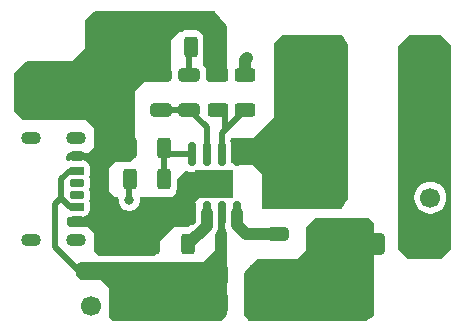
<source format=gbr>
%TF.GenerationSoftware,KiCad,Pcbnew,9.0.4*%
%TF.CreationDate,2025-10-19T21:38:03+02:00*%
%TF.ProjectId,3v-switching-voltage-regulator,33762d73-7769-4746-9368-696e672d766f,rev?*%
%TF.SameCoordinates,Original*%
%TF.FileFunction,Copper,L1,Top*%
%TF.FilePolarity,Positive*%
%FSLAX46Y46*%
G04 Gerber Fmt 4.6, Leading zero omitted, Abs format (unit mm)*
G04 Created by KiCad (PCBNEW 9.0.4) date 2025-10-19 21:38:03*
%MOMM*%
%LPD*%
G01*
G04 APERTURE LIST*
G04 Aperture macros list*
%AMRoundRect*
0 Rectangle with rounded corners*
0 $1 Rounding radius*
0 $2 $3 $4 $5 $6 $7 $8 $9 X,Y pos of 4 corners*
0 Add a 4 corners polygon primitive as box body*
4,1,4,$2,$3,$4,$5,$6,$7,$8,$9,$2,$3,0*
0 Add four circle primitives for the rounded corners*
1,1,$1+$1,$2,$3*
1,1,$1+$1,$4,$5*
1,1,$1+$1,$6,$7*
1,1,$1+$1,$8,$9*
0 Add four rect primitives between the rounded corners*
20,1,$1+$1,$2,$3,$4,$5,0*
20,1,$1+$1,$4,$5,$6,$7,0*
20,1,$1+$1,$6,$7,$8,$9,0*
20,1,$1+$1,$8,$9,$2,$3,0*%
G04 Aperture macros list end*
%TA.AperFunction,SMDPad,CuDef*%
%ADD10RoundRect,0.250000X0.650000X-0.325000X0.650000X0.325000X-0.650000X0.325000X-0.650000X-0.325000X0*%
%TD*%
%TA.AperFunction,SMDPad,CuDef*%
%ADD11RoundRect,0.250000X-0.325000X-0.650000X0.325000X-0.650000X0.325000X0.650000X-0.325000X0.650000X0*%
%TD*%
%TA.AperFunction,SMDPad,CuDef*%
%ADD12RoundRect,0.250000X0.625000X-0.312500X0.625000X0.312500X-0.625000X0.312500X-0.625000X-0.312500X0*%
%TD*%
%TA.AperFunction,SMDPad,CuDef*%
%ADD13RoundRect,0.250000X0.312500X0.625000X-0.312500X0.625000X-0.312500X-0.625000X0.312500X-0.625000X0*%
%TD*%
%TA.AperFunction,SMDPad,CuDef*%
%ADD14RoundRect,0.250000X-0.312500X-0.625000X0.312500X-0.625000X0.312500X0.625000X-0.312500X0.625000X0*%
%TD*%
%TA.AperFunction,SMDPad,CuDef*%
%ADD15RoundRect,0.250000X-0.625000X0.312500X-0.625000X-0.312500X0.625000X-0.312500X0.625000X0.312500X0*%
%TD*%
%TA.AperFunction,SMDPad,CuDef*%
%ADD16RoundRect,0.250000X0.325000X0.650000X-0.325000X0.650000X-0.325000X-0.650000X0.325000X-0.650000X0*%
%TD*%
%TA.AperFunction,SMDPad,CuDef*%
%ADD17RoundRect,0.175000X-0.425000X0.175000X-0.425000X-0.175000X0.425000X-0.175000X0.425000X0.175000X0*%
%TD*%
%TA.AperFunction,SMDPad,CuDef*%
%ADD18RoundRect,0.190000X0.410000X-0.190000X0.410000X0.190000X-0.410000X0.190000X-0.410000X-0.190000X0*%
%TD*%
%TA.AperFunction,SMDPad,CuDef*%
%ADD19RoundRect,0.200000X0.400000X-0.200000X0.400000X0.200000X-0.400000X0.200000X-0.400000X-0.200000X0*%
%TD*%
%TA.AperFunction,SMDPad,CuDef*%
%ADD20RoundRect,0.175000X0.425000X-0.175000X0.425000X0.175000X-0.425000X0.175000X-0.425000X-0.175000X0*%
%TD*%
%TA.AperFunction,SMDPad,CuDef*%
%ADD21RoundRect,0.190000X-0.410000X0.190000X-0.410000X-0.190000X0.410000X-0.190000X0.410000X0.190000X0*%
%TD*%
%TA.AperFunction,SMDPad,CuDef*%
%ADD22RoundRect,0.200000X-0.400000X0.200000X-0.400000X-0.200000X0.400000X-0.200000X0.400000X0.200000X0*%
%TD*%
%TA.AperFunction,HeatsinkPad*%
%ADD23O,1.700000X1.100000*%
%TD*%
%TA.AperFunction,ComponentPad*%
%ADD24R,1.700000X1.700000*%
%TD*%
%TA.AperFunction,ComponentPad*%
%ADD25C,1.700000*%
%TD*%
%TA.AperFunction,SMDPad,CuDef*%
%ADD26RoundRect,0.250002X-1.799998X-1.799998X1.799998X-1.799998X1.799998X1.799998X-1.799998X1.799998X0*%
%TD*%
%TA.AperFunction,SMDPad,CuDef*%
%ADD27RoundRect,0.250000X-0.625000X0.375000X-0.625000X-0.375000X0.625000X-0.375000X0.625000X0.375000X0*%
%TD*%
%TA.AperFunction,SMDPad,CuDef*%
%ADD28RoundRect,0.162000X-0.138000X0.823000X-0.138000X-0.823000X0.138000X-0.823000X0.138000X0.823000X0*%
%TD*%
%TA.AperFunction,SMDPad,CuDef*%
%ADD29R,3.300000X2.410000*%
%TD*%
%TA.AperFunction,ViaPad*%
%ADD30C,0.800000*%
%TD*%
%TA.AperFunction,Conductor*%
%ADD31C,1.000000*%
%TD*%
%TA.AperFunction,Conductor*%
%ADD32C,0.500000*%
%TD*%
G04 APERTURE END LIST*
D10*
%TO.P,C7,1*%
%TO.N,Net-(U1-COMP)*%
X94919800Y-45112200D03*
%TO.P,C7,2*%
%TO.N,GND*%
X94919800Y-42162200D03*
%TD*%
D11*
%TO.P,C6,1*%
%TO.N,VIN*%
X100050000Y-61500000D03*
%TO.P,C6,2*%
%TO.N,GND*%
X103000000Y-61500000D03*
%TD*%
D12*
%TO.P,R4,1*%
%TO.N,EN*%
X99771200Y-45099700D03*
%TO.P,R4,2*%
%TO.N,GND*%
X99771200Y-42174700D03*
%TD*%
D13*
%TO.P,R1,1*%
%TO.N,Net-(U1-FB)*%
X95239300Y-50977800D03*
%TO.P,R1,2*%
%TO.N,Vout3.3*%
X92314300Y-50977800D03*
%TD*%
D14*
%TO.P,R2,1*%
%TO.N,GND*%
X92288900Y-48361600D03*
%TO.P,R2,2*%
%TO.N,Net-(U1-FB)*%
X95213900Y-48361600D03*
%TD*%
D15*
%TO.P,R5,1*%
%TO.N,VIN*%
X102082600Y-42174700D03*
%TO.P,R5,2*%
%TO.N,EN*%
X102082600Y-45099700D03*
%TD*%
D10*
%TO.P,C4,1*%
%TO.N,Net-(U1-BST)*%
X104876600Y-55607800D03*
%TO.P,C4,2*%
%TO.N,SW*%
X104876600Y-52657800D03*
%TD*%
D13*
%TO.P,R3,1*%
%TO.N,Net-(C3-Pad2)*%
X97462500Y-39750000D03*
%TO.P,R3,2*%
%TO.N,GND*%
X94537500Y-39750000D03*
%TD*%
%TO.P,R6,1*%
%TO.N,Net-(U1-FREQ)*%
X97212500Y-56500000D03*
%TO.P,R6,2*%
%TO.N,GND*%
X94287500Y-56500000D03*
%TD*%
D16*
%TO.P,C2,1*%
%TO.N,Vout3.3*%
X116225000Y-56500000D03*
%TO.P,C2,2*%
%TO.N,GND*%
X113275000Y-56500000D03*
%TD*%
D11*
%TO.P,C1,1*%
%TO.N,VIN*%
X100050000Y-59112400D03*
%TO.P,C1,2*%
%TO.N,GND*%
X103000000Y-59112400D03*
%TD*%
D17*
%TO.P,J1,A5,CC1*%
%TO.N,unconnected-(J1-CC1-PadA5)*%
X87830000Y-51288600D03*
D18*
%TO.P,J1,A9,VBUS*%
%TO.N,VIN*%
X87830000Y-53308600D03*
D19*
%TO.P,J1,A12,GND*%
%TO.N,GND*%
X87830000Y-54538600D03*
D20*
%TO.P,J1,B5,CC2*%
%TO.N,unconnected-(J1-CC2-PadB5)*%
X87830000Y-52288600D03*
D21*
%TO.P,J1,B9,VBUS*%
%TO.N,VIN*%
X87830000Y-50268600D03*
D22*
%TO.P,J1,B12,GND*%
%TO.N,GND*%
X87830000Y-49038600D03*
D23*
%TO.P,J1,S1,SHIELD*%
%TO.N,unconnected-(J1-SHIELD-PadS1)_1*%
X87750000Y-47468600D03*
%TO.N,unconnected-(J1-SHIELD-PadS1)_3*%
X83950000Y-47468600D03*
%TO.N,unconnected-(J1-SHIELD-PadS1)*%
X87750000Y-56108600D03*
%TO.N,unconnected-(J1-SHIELD-PadS1)_2*%
X83950000Y-56108600D03*
%TD*%
D24*
%TO.P,INPUT,1,Pin_1*%
%TO.N,VIN*%
X91540000Y-61750000D03*
D25*
%TO.P,INPUT,2,Pin_2*%
%TO.N,GND*%
X89000000Y-61750000D03*
%TD*%
D24*
%TO.P,J2,1,Pin_1*%
%TO.N,Vout3.3*%
X117750000Y-50000000D03*
D25*
%TO.P,J2,2,Pin_2*%
%TO.N,GND*%
X117750000Y-52540000D03*
%TD*%
D26*
%TO.P,L1,1,1*%
%TO.N,SW*%
X107750000Y-42000000D03*
%TO.P,L1,2,2*%
%TO.N,Vout3.3*%
X117250000Y-42000000D03*
%TD*%
D27*
%TO.P,D1,1,K*%
%TO.N,SW*%
X108889800Y-52752800D03*
%TO.P,D1,2,A*%
%TO.N,GND*%
X108889800Y-55552800D03*
%TD*%
D10*
%TO.P,C3,1*%
%TO.N,Net-(U1-COMP)*%
X97332800Y-45112200D03*
%TO.P,C3,2*%
%TO.N,Net-(C3-Pad2)*%
X97332800Y-42162200D03*
%TD*%
D28*
%TO.P,U1,1,SW*%
%TO.N,SW*%
X101346000Y-48872600D03*
%TO.P,U1,2,EN*%
%TO.N,EN*%
X100076000Y-48872600D03*
%TO.P,U1,3,COMP*%
%TO.N,Net-(U1-COMP)*%
X98806000Y-48872600D03*
%TO.P,U1,4,FB*%
%TO.N,Net-(U1-FB)*%
X97536000Y-48872600D03*
%TO.P,U1,5,GND*%
%TO.N,GND*%
X97536000Y-53822600D03*
%TO.P,U1,6,FREQ*%
%TO.N,Net-(U1-FREQ)*%
X98806000Y-53822600D03*
%TO.P,U1,7,VIN*%
%TO.N,VIN*%
X100076000Y-53822600D03*
%TO.P,U1,8,BST*%
%TO.N,Net-(U1-BST)*%
X101346000Y-53822600D03*
D29*
%TO.P,U1,9,GND*%
%TO.N,GND*%
X99441000Y-51347600D03*
%TD*%
D30*
%TO.N,VIN*%
X100000000Y-57000000D03*
X102250000Y-40750000D03*
%TO.N,GND*%
X90750000Y-43500000D03*
X111750000Y-56500000D03*
X89750000Y-43500000D03*
X88750000Y-42500000D03*
X88750000Y-44500000D03*
X90750000Y-42500000D03*
X111750000Y-57500000D03*
X111750000Y-55500000D03*
X89750000Y-44500000D03*
X90750000Y-44500000D03*
X89750000Y-42500000D03*
X88750000Y-43500000D03*
%TO.N,Vout3.3*%
X116250000Y-55000000D03*
X92250000Y-52750000D03*
%TD*%
D31*
%TO.N,VIN*%
X102082600Y-42174700D02*
X102082600Y-40917400D01*
D32*
X87230000Y-50268600D02*
X86500000Y-50998600D01*
D31*
X102082600Y-40917400D02*
X102250000Y-40750000D01*
D32*
X86500000Y-52578600D02*
X87230000Y-53308600D01*
X88000000Y-58750000D02*
X89500000Y-58750000D01*
X86500000Y-50998600D02*
X86500000Y-52578600D01*
X87230000Y-53308600D02*
X87830000Y-53308600D01*
X86000000Y-56750000D02*
X88000000Y-58750000D01*
X86500000Y-52578600D02*
X86000000Y-53078600D01*
X86000000Y-53078600D02*
X86000000Y-56750000D01*
X87830000Y-50268600D02*
X87230000Y-50268600D01*
%TO.N,Net-(C3-Pad2)*%
X97332800Y-42162200D02*
X97332800Y-39879700D01*
X97332800Y-39879700D02*
X97462500Y-39750000D01*
%TO.N,Net-(U1-COMP)*%
X98806000Y-46585400D02*
X97332800Y-45112200D01*
X98806000Y-48872600D02*
X98806000Y-46585400D01*
X97332800Y-45112200D02*
X94919800Y-45112200D01*
D31*
%TO.N,Net-(U1-BST)*%
X102107800Y-55607800D02*
X104876600Y-55607800D01*
X101346000Y-53822600D02*
X101346000Y-54846000D01*
X101346000Y-54846000D02*
X102107800Y-55607800D01*
D32*
%TO.N,Vout3.3*%
X92250000Y-52750000D02*
X92250000Y-51042100D01*
X92250000Y-51042100D02*
X92314300Y-50977800D01*
%TO.N,EN*%
X100341150Y-46841150D02*
X102082600Y-45099700D01*
X100341150Y-45669650D02*
X99771200Y-45099700D01*
X100076000Y-48872600D02*
X100076000Y-47106300D01*
X100076000Y-47106300D02*
X100341150Y-46841150D01*
X100341150Y-46841150D02*
X100341150Y-45669650D01*
D31*
%TO.N,Net-(U1-FREQ)*%
X98806000Y-54906500D02*
X98806000Y-53822600D01*
X97212500Y-56500000D02*
X98806000Y-54906500D01*
D32*
%TO.N,Net-(U1-FB)*%
X95239300Y-50977800D02*
X95239300Y-48387000D01*
X97536000Y-48872600D02*
X95724900Y-48872600D01*
X95724900Y-48872600D02*
X95213900Y-48361600D01*
X95239300Y-48387000D02*
X95213900Y-48361600D01*
%TD*%
%TA.AperFunction,Conductor*%
%TO.N,GND*%
G36*
X99507441Y-36769685D02*
G01*
X99537230Y-36796538D01*
X100472828Y-37966035D01*
X100499336Y-38030681D01*
X100500000Y-38043497D01*
X100500000Y-42323638D01*
X100480315Y-42390677D01*
X100463681Y-42411319D01*
X100161319Y-42713681D01*
X100099996Y-42747166D01*
X100073638Y-42750000D01*
X99051362Y-42750000D01*
X98984323Y-42730315D01*
X98963681Y-42713681D01*
X98769618Y-42519618D01*
X98736133Y-42458295D01*
X98733299Y-42431944D01*
X98733299Y-41787192D01*
X98722799Y-41684403D01*
X98667614Y-41517866D01*
X98575512Y-41368544D01*
X98536319Y-41329351D01*
X98502834Y-41268028D01*
X98500000Y-41241670D01*
X98500000Y-40593070D01*
X98506294Y-40554066D01*
X98514999Y-40527797D01*
X98525500Y-40425009D01*
X98525499Y-39074992D01*
X98514999Y-38972203D01*
X98459814Y-38805666D01*
X98367712Y-38656344D01*
X98243656Y-38532288D01*
X98094334Y-38440186D01*
X97927797Y-38385001D01*
X97927795Y-38385000D01*
X97825010Y-38374500D01*
X97099998Y-38374500D01*
X97099980Y-38374501D01*
X96997203Y-38385000D01*
X96997200Y-38385001D01*
X96830668Y-38440185D01*
X96830659Y-38440189D01*
X96763621Y-38481539D01*
X96698525Y-38500000D01*
X96437499Y-38500000D01*
X95750000Y-39187499D01*
X95750000Y-42386138D01*
X95730315Y-42453177D01*
X95713681Y-42473819D01*
X95473819Y-42713681D01*
X95412496Y-42747166D01*
X95386138Y-42750000D01*
X93499999Y-42750000D01*
X92750000Y-43499999D01*
X92750000Y-49026763D01*
X92730315Y-49093802D01*
X92713681Y-49114444D01*
X92364444Y-49463681D01*
X92303121Y-49497166D01*
X92276763Y-49500000D01*
X91062499Y-49500000D01*
X90500000Y-50062499D01*
X90500000Y-52000000D01*
X91000000Y-52500000D01*
X91230492Y-52500000D01*
X91297531Y-52519685D01*
X91343286Y-52572489D01*
X91353230Y-52641647D01*
X91352109Y-52648193D01*
X91349500Y-52661308D01*
X91349500Y-52838695D01*
X91384103Y-53012658D01*
X91384106Y-53012667D01*
X91451983Y-53176540D01*
X91451990Y-53176553D01*
X91550535Y-53324034D01*
X91550538Y-53324038D01*
X91675961Y-53449461D01*
X91675965Y-53449464D01*
X91823446Y-53548009D01*
X91823459Y-53548016D01*
X91946363Y-53598923D01*
X91987334Y-53615894D01*
X91987336Y-53615894D01*
X91987341Y-53615896D01*
X92161304Y-53650499D01*
X92161307Y-53650500D01*
X92161309Y-53650500D01*
X92338693Y-53650500D01*
X92338694Y-53650499D01*
X92396682Y-53638964D01*
X92512658Y-53615896D01*
X92512661Y-53615894D01*
X92512666Y-53615894D01*
X92676547Y-53548013D01*
X92824035Y-53449464D01*
X92949464Y-53324035D01*
X93048013Y-53176547D01*
X93115894Y-53012666D01*
X93117483Y-53004682D01*
X93138964Y-52896682D01*
X93150500Y-52838691D01*
X93150500Y-52661309D01*
X93147891Y-52648192D01*
X93154117Y-52578602D01*
X93196979Y-52523424D01*
X93262869Y-52500178D01*
X93269508Y-52500000D01*
X95890625Y-52500000D01*
X96250000Y-52140625D01*
X96250000Y-51901746D01*
X96256293Y-51862745D01*
X96291799Y-51755597D01*
X96302300Y-51652809D01*
X96302299Y-51061559D01*
X96321983Y-50994522D01*
X96338609Y-50973890D01*
X96983744Y-50328755D01*
X97045063Y-50295273D01*
X97114755Y-50300257D01*
X97122324Y-50303369D01*
X97124097Y-50304167D01*
X97124104Y-50304171D01*
X97277704Y-50352034D01*
X97344454Y-50358100D01*
X97344457Y-50358100D01*
X97727543Y-50358100D01*
X97727546Y-50358100D01*
X97794296Y-50352034D01*
X97947896Y-50304171D01*
X98007923Y-50267882D01*
X98024178Y-50263351D01*
X98037138Y-50255023D01*
X98072073Y-50250000D01*
X98269927Y-50250000D01*
X98334076Y-50267882D01*
X98394104Y-50304171D01*
X98547704Y-50352034D01*
X98614454Y-50358100D01*
X98614457Y-50358100D01*
X98997543Y-50358100D01*
X98997546Y-50358100D01*
X99064296Y-50352034D01*
X99217896Y-50304171D01*
X99277923Y-50267882D01*
X99294178Y-50263351D01*
X99307138Y-50255023D01*
X99342073Y-50250000D01*
X99539927Y-50250000D01*
X99604076Y-50267882D01*
X99664104Y-50304171D01*
X99817704Y-50352034D01*
X99884454Y-50358100D01*
X99884457Y-50358100D01*
X100267543Y-50358100D01*
X100267546Y-50358100D01*
X100334296Y-50352034D01*
X100487896Y-50304171D01*
X100487899Y-50304169D01*
X100492938Y-50302599D01*
X100495990Y-50302548D01*
X100498607Y-50300980D01*
X100530693Y-50301977D01*
X100562798Y-50301449D01*
X100566311Y-50303084D01*
X100568443Y-50303151D01*
X100600077Y-50318803D01*
X100696251Y-50384922D01*
X100740341Y-50439120D01*
X100750000Y-50487102D01*
X100750000Y-52198637D01*
X100730315Y-52265676D01*
X100713681Y-52286319D01*
X100631913Y-52368086D01*
X100570589Y-52401570D01*
X100500898Y-52396586D01*
X100493341Y-52393480D01*
X100487897Y-52391029D01*
X100402124Y-52364301D01*
X100334296Y-52343166D01*
X100334294Y-52343165D01*
X100334292Y-52343165D01*
X100287559Y-52338918D01*
X100267546Y-52337100D01*
X99884454Y-52337100D01*
X99866259Y-52338753D01*
X99817707Y-52343165D01*
X99664103Y-52391029D01*
X99587703Y-52437215D01*
X99526423Y-52474261D01*
X99526421Y-52474262D01*
X99520004Y-52478142D01*
X99519203Y-52476817D01*
X99505453Y-52482292D01*
X99485715Y-52494977D01*
X99466747Y-52497704D01*
X99462338Y-52499460D01*
X99450780Y-52500000D01*
X99431220Y-52500000D01*
X99364181Y-52480315D01*
X99356150Y-52474608D01*
X99355578Y-52474262D01*
X99355577Y-52474261D01*
X99217896Y-52391029D01*
X99064296Y-52343166D01*
X99064294Y-52343165D01*
X99064292Y-52343165D01*
X99017559Y-52338918D01*
X98997546Y-52337100D01*
X98614454Y-52337100D01*
X98596259Y-52338753D01*
X98547707Y-52343165D01*
X98394103Y-52391029D01*
X98256419Y-52474263D01*
X98142663Y-52588019D01*
X98142662Y-52588021D01*
X98094051Y-52668431D01*
X98075616Y-52691960D01*
X97750000Y-53017577D01*
X97750000Y-54496217D01*
X97730315Y-54563256D01*
X97713681Y-54583898D01*
X97333898Y-54963681D01*
X97272575Y-54997166D01*
X97246217Y-55000000D01*
X96031249Y-55000000D01*
X94750000Y-56281249D01*
X94750000Y-57073638D01*
X94730315Y-57140677D01*
X94713681Y-57161319D01*
X94411319Y-57463681D01*
X94349996Y-57497166D01*
X94323638Y-57500000D01*
X89797455Y-57500000D01*
X89730416Y-57480315D01*
X89709774Y-57463681D01*
X89286319Y-57040226D01*
X89252834Y-56978903D01*
X89250000Y-56952545D01*
X89250000Y-55515625D01*
X88734375Y-55000000D01*
X87238862Y-55000000D01*
X87209421Y-54991355D01*
X87179435Y-54984832D01*
X87174419Y-54981077D01*
X87171823Y-54980315D01*
X87151181Y-54963681D01*
X87036319Y-54848819D01*
X87002834Y-54787496D01*
X87000000Y-54761138D01*
X87000000Y-54301362D01*
X87019685Y-54234323D01*
X87036312Y-54213687D01*
X87068244Y-54181755D01*
X87129563Y-54148272D01*
X87192813Y-54151053D01*
X87294620Y-54182777D01*
X87364199Y-54189100D01*
X88295800Y-54189099D01*
X88295808Y-54189099D01*
X88365375Y-54182778D01*
X88365378Y-54182777D01*
X88365380Y-54182777D01*
X88525471Y-54132891D01*
X88668972Y-54046142D01*
X88787542Y-53927572D01*
X88874291Y-53784071D01*
X88924177Y-53623980D01*
X88930500Y-53554401D01*
X88930499Y-53062800D01*
X88930499Y-53062791D01*
X88924178Y-52993223D01*
X88924176Y-52993216D01*
X88904042Y-52928606D01*
X88874291Y-52833129D01*
X88874290Y-52833127D01*
X88872162Y-52826298D01*
X88871010Y-52756438D01*
X88873316Y-52750043D01*
X88873281Y-52750032D01*
X88905015Y-52648193D01*
X88924315Y-52586257D01*
X88930500Y-52518194D01*
X88930500Y-52059006D01*
X88924315Y-51990943D01*
X88884366Y-51862742D01*
X88873281Y-51827168D01*
X88876021Y-51826313D01*
X88868264Y-51770327D01*
X88874143Y-51750300D01*
X88873281Y-51750032D01*
X88903577Y-51652808D01*
X88924315Y-51586257D01*
X88930500Y-51518194D01*
X88930500Y-51059006D01*
X88924315Y-50990943D01*
X88903667Y-50924682D01*
X88873281Y-50827168D01*
X88875777Y-50826390D01*
X88867904Y-50769496D01*
X88872162Y-50750903D01*
X88905753Y-50643105D01*
X88924177Y-50583980D01*
X88930500Y-50514401D01*
X88930499Y-50022800D01*
X88930499Y-50022791D01*
X88924178Y-49953223D01*
X88924176Y-49953216D01*
X88874291Y-49793129D01*
X88874290Y-49793127D01*
X88787545Y-49649632D01*
X88787542Y-49649628D01*
X88668971Y-49531057D01*
X88668967Y-49531054D01*
X88525473Y-49444310D01*
X88525472Y-49444309D01*
X88525471Y-49444309D01*
X88365380Y-49394423D01*
X88365378Y-49394422D01*
X88365376Y-49394422D01*
X88316662Y-49389995D01*
X88295801Y-49388100D01*
X88295798Y-49388100D01*
X87364191Y-49388100D01*
X87294624Y-49394421D01*
X87294616Y-49394423D01*
X87127369Y-49446540D01*
X87126547Y-49443904D01*
X87118197Y-49445056D01*
X87098249Y-49452665D01*
X87084277Y-49449733D01*
X87070135Y-49451684D01*
X87050765Y-49442703D01*
X87029868Y-49438319D01*
X87010467Y-49424019D01*
X87006747Y-49422294D01*
X87001458Y-49417378D01*
X86978797Y-49395050D01*
X86944859Y-49333976D01*
X86941841Y-49308553D01*
X86938438Y-49078125D01*
X86937128Y-48989391D01*
X86955820Y-48922070D01*
X86972780Y-48900539D01*
X87084688Y-48786966D01*
X87145760Y-48753032D01*
X87173012Y-48750000D01*
X88734375Y-48750000D01*
X89250000Y-48234375D01*
X89250000Y-46687500D01*
X88562500Y-46000000D01*
X83383393Y-46000000D01*
X83316354Y-45980315D01*
X83295712Y-45963681D01*
X82536319Y-45204288D01*
X82502834Y-45142965D01*
X82500000Y-45116607D01*
X82500000Y-42093354D01*
X82519685Y-42026315D01*
X82536319Y-42005673D01*
X83505673Y-41036319D01*
X83566996Y-41002834D01*
X83593354Y-41000000D01*
X87437500Y-41000000D01*
X88500000Y-39937500D01*
X88500000Y-37598237D01*
X88519685Y-37531198D01*
X88536319Y-37510556D01*
X89260556Y-36786319D01*
X89321879Y-36752834D01*
X89348237Y-36750000D01*
X99440402Y-36750000D01*
X99507441Y-36769685D01*
G37*
%TD.AperFunction*%
%TD*%
%TA.AperFunction,Conductor*%
%TO.N,VIN*%
G36*
X100288539Y-54019685D02*
G01*
X100334294Y-54072489D01*
X100345500Y-54124000D01*
X100345500Y-54944544D01*
X100383947Y-55137828D01*
X100383950Y-55137840D01*
X100405633Y-55190186D01*
X100459366Y-55319911D01*
X100459372Y-55319922D01*
X100479101Y-55349447D01*
X100499980Y-55416124D01*
X100500000Y-55418339D01*
X100500000Y-62448638D01*
X100480315Y-62515677D01*
X100463681Y-62536319D01*
X100036319Y-62963681D01*
X99974996Y-62997166D01*
X99948638Y-63000000D01*
X90926362Y-63000000D01*
X90859323Y-62980315D01*
X90838681Y-62963681D01*
X90536319Y-62661319D01*
X90502834Y-62599996D01*
X90500000Y-62573638D01*
X90500000Y-60156250D01*
X89843750Y-59500000D01*
X88176362Y-59500000D01*
X88109323Y-59480315D01*
X88088681Y-59463681D01*
X87786319Y-59161319D01*
X87752834Y-59099996D01*
X87750000Y-59073638D01*
X87750000Y-58332612D01*
X87769685Y-58265573D01*
X87786319Y-58244931D01*
X87994931Y-58036319D01*
X88056254Y-58002834D01*
X88082612Y-58000000D01*
X98500000Y-58000000D01*
X99500000Y-57000000D01*
X99500000Y-55678783D01*
X99506962Y-55655071D01*
X99509780Y-55630514D01*
X99517570Y-55618944D01*
X99519685Y-55611744D01*
X99528006Y-55600290D01*
X99531930Y-55595490D01*
X99583139Y-55544282D01*
X99621540Y-55486811D01*
X99692632Y-55380414D01*
X99768051Y-55198335D01*
X99772935Y-55173785D01*
X99780088Y-55137828D01*
X99806499Y-55005045D01*
X99806500Y-55005042D01*
X99806500Y-54124000D01*
X99826185Y-54056961D01*
X99878989Y-54011206D01*
X99930500Y-54000000D01*
X100221500Y-54000000D01*
X100288539Y-54019685D01*
G37*
%TD.AperFunction*%
%TD*%
%TA.AperFunction,Conductor*%
%TO.N,SW*%
G36*
X110250676Y-38769685D02*
G01*
X110286811Y-38805217D01*
X110729174Y-39468761D01*
X110749982Y-39535460D01*
X110750000Y-39537544D01*
X110750000Y-52712456D01*
X110730315Y-52779495D01*
X110729174Y-52781239D01*
X110286811Y-53444783D01*
X110233246Y-53489644D01*
X110183637Y-53500000D01*
X103624000Y-53500000D01*
X103556961Y-53480315D01*
X103511206Y-53427511D01*
X103500000Y-53376000D01*
X103500000Y-50500000D01*
X102750000Y-49750000D01*
X101442992Y-49750000D01*
X101375953Y-49730315D01*
X101368681Y-49725267D01*
X101367509Y-49724390D01*
X101333331Y-49698804D01*
X101333329Y-49698803D01*
X101333328Y-49698802D01*
X101198482Y-49648508D01*
X101198483Y-49648508D01*
X101138883Y-49642101D01*
X101138881Y-49642100D01*
X101138873Y-49642100D01*
X101138865Y-49642100D01*
X101000500Y-49642100D01*
X100933461Y-49622415D01*
X100887706Y-49569611D01*
X100876500Y-49518100D01*
X100876500Y-47996056D01*
X100876500Y-47996054D01*
X100870434Y-47929304D01*
X100832114Y-47806327D01*
X100831907Y-47804971D01*
X100831523Y-47804373D01*
X100826500Y-47769438D01*
X100826500Y-47624000D01*
X100846185Y-47556961D01*
X100898989Y-47511206D01*
X100950500Y-47500000D01*
X102750000Y-47500000D01*
X104500000Y-45750000D01*
X104500000Y-39551362D01*
X104519685Y-39484323D01*
X104536319Y-39463681D01*
X105213681Y-38786319D01*
X105275004Y-38752834D01*
X105301362Y-38750000D01*
X110183637Y-38750000D01*
X110250676Y-38769685D01*
G37*
%TD.AperFunction*%
%TD*%
%TA.AperFunction,Conductor*%
%TO.N,GND*%
G36*
X112515677Y-54269685D02*
G01*
X112536319Y-54286319D01*
X112963681Y-54713681D01*
X112997166Y-54775004D01*
X113000000Y-54801362D01*
X113000000Y-62433637D01*
X112980315Y-62500676D01*
X112944783Y-62536811D01*
X112281239Y-62979174D01*
X112214540Y-62999982D01*
X112212456Y-63000000D01*
X102399696Y-63000000D01*
X102332657Y-62980315D01*
X102296522Y-62944783D01*
X102020826Y-62531239D01*
X102000018Y-62464540D01*
X102000000Y-62462456D01*
X102000000Y-58884695D01*
X102019685Y-58817656D01*
X102036319Y-58797014D01*
X103047014Y-57786319D01*
X103108337Y-57752834D01*
X103134695Y-57750000D01*
X106500000Y-57750000D01*
X107250000Y-57000000D01*
X107250000Y-55051362D01*
X107269685Y-54984323D01*
X107286319Y-54963681D01*
X107963681Y-54286319D01*
X108025004Y-54252834D01*
X108051362Y-54250000D01*
X112448638Y-54250000D01*
X112515677Y-54269685D01*
G37*
%TD.AperFunction*%
%TD*%
%TA.AperFunction,Conductor*%
%TO.N,Vout3.3*%
G36*
X118640677Y-38769685D02*
G01*
X118661319Y-38786319D01*
X119463681Y-39588681D01*
X119497166Y-39650004D01*
X119500000Y-39676362D01*
X119500000Y-56792388D01*
X119480315Y-56859427D01*
X119463681Y-56880069D01*
X118630069Y-57713681D01*
X118568746Y-57747166D01*
X118542388Y-57750000D01*
X115926362Y-57750000D01*
X115859323Y-57730315D01*
X115838681Y-57713681D01*
X115036319Y-56911319D01*
X115002834Y-56849996D01*
X115000000Y-56823638D01*
X115000000Y-52433713D01*
X116399500Y-52433713D01*
X116399500Y-52646286D01*
X116432753Y-52856239D01*
X116498444Y-53058414D01*
X116594951Y-53247820D01*
X116719890Y-53419786D01*
X116870213Y-53570109D01*
X117042179Y-53695048D01*
X117042181Y-53695049D01*
X117042184Y-53695051D01*
X117231588Y-53791557D01*
X117433757Y-53857246D01*
X117643713Y-53890500D01*
X117643714Y-53890500D01*
X117856286Y-53890500D01*
X117856287Y-53890500D01*
X118066243Y-53857246D01*
X118268412Y-53791557D01*
X118457816Y-53695051D01*
X118479789Y-53679086D01*
X118629786Y-53570109D01*
X118629788Y-53570106D01*
X118629792Y-53570104D01*
X118780104Y-53419792D01*
X118780106Y-53419788D01*
X118780109Y-53419786D01*
X118905048Y-53247820D01*
X118905047Y-53247820D01*
X118905051Y-53247816D01*
X119001557Y-53058412D01*
X119067246Y-52856243D01*
X119100500Y-52646287D01*
X119100500Y-52433713D01*
X119067246Y-52223757D01*
X119001557Y-52021588D01*
X118905051Y-51832184D01*
X118905049Y-51832181D01*
X118905048Y-51832179D01*
X118780109Y-51660213D01*
X118629786Y-51509890D01*
X118457820Y-51384951D01*
X118268414Y-51288444D01*
X118268413Y-51288443D01*
X118268412Y-51288443D01*
X118066243Y-51222754D01*
X118066241Y-51222753D01*
X118066240Y-51222753D01*
X117904957Y-51197208D01*
X117856287Y-51189500D01*
X117643713Y-51189500D01*
X117595042Y-51197208D01*
X117433760Y-51222753D01*
X117231585Y-51288444D01*
X117042179Y-51384951D01*
X116870213Y-51509890D01*
X116719890Y-51660213D01*
X116594951Y-51832179D01*
X116498444Y-52021585D01*
X116432753Y-52223760D01*
X116399500Y-52433713D01*
X115000000Y-52433713D01*
X115000000Y-39801362D01*
X115019685Y-39734323D01*
X115036319Y-39713681D01*
X115963681Y-38786319D01*
X116025004Y-38752834D01*
X116051362Y-38750000D01*
X118573638Y-38750000D01*
X118640677Y-38769685D01*
G37*
%TD.AperFunction*%
%TD*%
M02*

</source>
